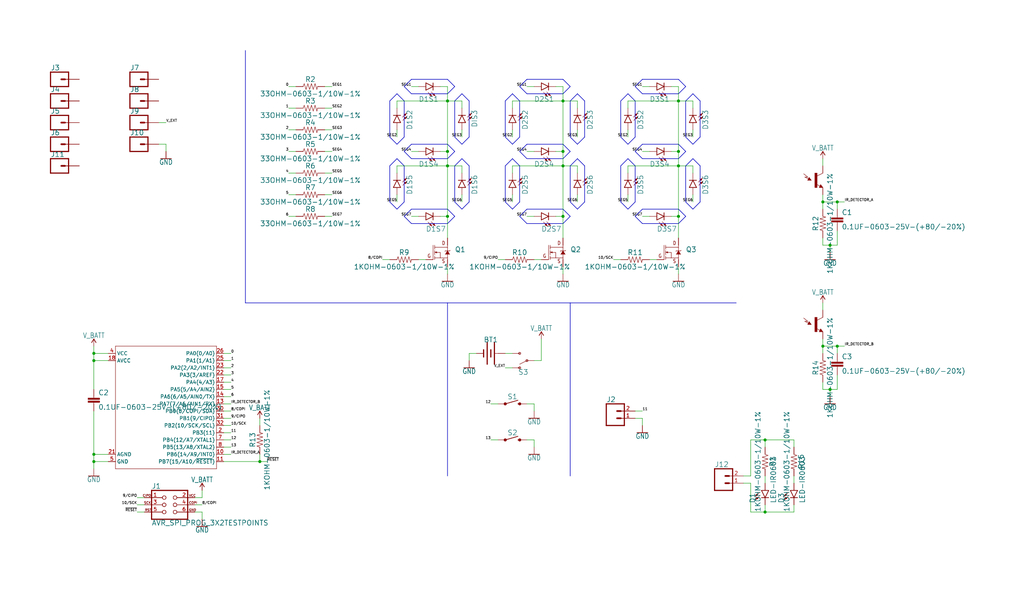
<source format=kicad_sch>
(kicad_sch (version 20230121) (generator eeschema)
  (paper "User" 360.35 210.007)
  (junction (at 33.02 127))
  (junction (at 157.48 35.56))
  (junction (at 198.12 76.2))
  (junction (at 269.24 154.94))
  (junction (at 238.76 35.56))
  (junction (at 33.02 124.46))
  (junction (at 289.56 71.12))
  (junction (at 91.44 162.56))
  (junction (at 292.1 86.36))
  (junction (at 33.02 160.02))
  (junction (at 238.76 53.34))
  (junction (at 157.48 58.42))
  (junction (at 157.48 76.2))
  (junction (at 292.1 137.16))
  (junction (at 238.76 58.42))
  (junction (at 157.48 53.34))
  (junction (at 33.02 162.56))
  (junction (at 294.64 121.92))
  (junction (at 198.12 35.56))
  (junction (at 238.76 76.2))
  (junction (at 198.12 58.42))
  (junction (at 294.64 71.12))
  (junction (at 289.56 121.92))
  (junction (at 269.24 180.34))
  (junction (at 198.12 53.34))
  (polyline (pts (xy 157.48 33.02) (xy 144.78 33.02)) (stroke (width 0.2032) (type solid)))
  (polyline (pts (xy 241.3 35.56) (xy 243.84 33.02)) (stroke (width 0.2032) (type solid)))
  (wire (pts (xy 180.34 38.1) (xy 180.34 35.56)) (stroke (width 0.1524)))
  (wire (pts (xy 78.74 157.48) (xy 81.28 157.48)) (stroke (width 0.1524)))
  (polyline (pts (xy 218.44 58.42) (xy 220.98 55.88)) (stroke (width 0.2032) (type solid)))
  (wire (pts (xy 114.3 45.72) (xy 116.84 45.72)) (stroke (width 0.1524)))
  (wire (pts (xy 78.74 149.86) (xy 81.28 149.86)) (stroke (width 0.1524)))
  (wire (pts (xy 147.32 30.48) (xy 144.78 30.48)) (stroke (width 0.1524)))
  (wire (pts (xy 294.64 121.92) (xy 297.18 121.92)) (stroke (width 0.1524)))
  (wire (pts (xy 264.16 180.34) (xy 269.24 180.34)) (stroke (width 0.1524)))
  (wire (pts (xy 104.14 60.96) (xy 101.6 60.96)) (stroke (width 0.1524)))
  (polyline (pts (xy 160.02 76.2) (xy 157.48 78.74)) (stroke (width 0.2032) (type solid)))
  (wire (pts (xy 78.74 137.16) (xy 81.28 137.16)) (stroke (width 0.1524)))
  (wire (pts (xy 162.56 35.56) (xy 162.56 38.1)) (stroke (width 0.1524)))
  (polyline (pts (xy 142.24 71.12) (xy 139.7 73.66)) (stroke (width 0.2032) (type solid)))
  (wire (pts (xy 157.48 35.56) (xy 157.48 53.34)) (stroke (width 0.1524)))
  (wire (pts (xy 198.12 93.98) (xy 198.12 96.52)) (stroke (width 0.1524)))
  (wire (pts (xy 180.34 35.56) (xy 198.12 35.56)) (stroke (width 0.1524)))
  (wire (pts (xy 269.24 170.18) (xy 269.24 167.64)) (stroke (width 0.1524)))
  (polyline (pts (xy 182.88 30.48) (xy 185.42 27.94)) (stroke (width 0.2032) (type solid)))
  (wire (pts (xy 157.48 53.34) (xy 157.48 58.42)) (stroke (width 0.1524)))
  (wire (pts (xy 226.06 30.48) (xy 228.6 30.48)) (stroke (width 0.1524)))
  (wire (pts (xy 162.56 68.58) (xy 162.56 71.12)) (stroke (width 0.1524)))
  (polyline (pts (xy 144.78 73.66) (xy 157.48 73.66)) (stroke (width 0.2032) (type solid)))
  (polyline (pts (xy 157.48 55.88) (xy 144.78 55.88)) (stroke (width 0.2032) (type solid)))
  (polyline (pts (xy 137.16 71.12) (xy 137.16 58.42)) (stroke (width 0.2032) (type solid)))
  (wire (pts (xy 139.7 38.1) (xy 139.7 35.56)) (stroke (width 0.1524)))
  (polyline (pts (xy 142.24 30.48) (xy 144.78 27.94)) (stroke (width 0.2032) (type solid)))
  (wire (pts (xy 203.2 35.56) (xy 203.2 38.1)) (stroke (width 0.1524)))
  (polyline (pts (xy 246.38 58.42) (xy 246.38 71.12)) (stroke (width 0.2032) (type solid)))
  (polyline (pts (xy 241.3 71.12) (xy 241.3 58.42)) (stroke (width 0.2032) (type solid)))
  (wire (pts (xy 157.48 30.48) (xy 157.48 35.56)) (stroke (width 0.1524)))
  (wire (pts (xy 195.58 53.34) (xy 198.12 53.34)) (stroke (width 0.1524)))
  (wire (pts (xy 220.98 35.56) (xy 238.76 35.56)) (stroke (width 0.1524)))
  (wire (pts (xy 114.3 38.1) (xy 116.84 38.1)) (stroke (width 0.1524)))
  (wire (pts (xy 220.98 68.58) (xy 220.98 71.12)) (stroke (width 0.1524)))
  (polyline (pts (xy 144.78 27.94) (xy 157.48 27.94)) (stroke (width 0.2032) (type solid)))
  (wire (pts (xy 78.74 142.24) (xy 81.28 142.24)) (stroke (width 0.1524)))
  (polyline (pts (xy 203.2 33.02) (xy 205.74 35.56)) (stroke (width 0.2032) (type solid)))
  (polyline (pts (xy 243.84 73.66) (xy 241.3 71.12)) (stroke (width 0.2032) (type solid)))
  (wire (pts (xy 177.8 91.44) (xy 175.26 91.44)) (stroke (width 0.1524)))
  (wire (pts (xy 294.64 86.36) (xy 294.64 81.28)) (stroke (width 0.1524)))
  (polyline (pts (xy 226.06 78.74) (xy 223.52 76.2)) (stroke (width 0.2032) (type solid)))
  (polyline (pts (xy 182.88 48.26) (xy 180.34 50.8)) (stroke (width 0.2032) (type solid)))
  (wire (pts (xy 154.94 30.48) (xy 157.48 30.48)) (stroke (width 0.1524)))
  (polyline (pts (xy 180.34 55.88) (xy 182.88 58.42)) (stroke (width 0.2032) (type solid)))
  (wire (pts (xy 292.1 137.16) (xy 294.64 137.16)) (stroke (width 0.1524)))
  (wire (pts (xy 269.24 154.94) (xy 279.4 154.94)) (stroke (width 0.1524)))
  (wire (pts (xy 114.3 76.2) (xy 116.84 76.2)) (stroke (width 0.1524)))
  (wire (pts (xy 220.98 45.72) (xy 220.98 48.26)) (stroke (width 0.1524)))
  (wire (pts (xy 292.1 86.36) (xy 294.64 86.36)) (stroke (width 0.1524)))
  (wire (pts (xy 180.34 45.72) (xy 180.34 48.26)) (stroke (width 0.1524)))
  (polyline (pts (xy 226.06 27.94) (xy 238.76 27.94)) (stroke (width 0.2032) (type solid)))
  (wire (pts (xy 198.12 53.34) (xy 198.12 58.42)) (stroke (width 0.1524)))
  (wire (pts (xy 195.58 30.48) (xy 198.12 30.48)) (stroke (width 0.1524)))
  (wire (pts (xy 50.8 175.26) (xy 48.26 175.26)) (stroke (width 0.1524)))
  (wire (pts (xy 137.16 91.44) (xy 134.62 91.44)) (stroke (width 0.1524)))
  (polyline (pts (xy 241.3 58.42) (xy 243.84 55.88)) (stroke (width 0.2032) (type solid)))
  (polyline (pts (xy 223.52 76.2) (xy 226.06 73.66)) (stroke (width 0.2032) (type solid)))
  (polyline (pts (xy 243.84 50.8) (xy 241.3 48.26)) (stroke (width 0.2032) (type solid)))
  (wire (pts (xy 231.14 91.44) (xy 228.6 91.44)) (stroke (width 0.1524)))
  (polyline (pts (xy 185.42 55.88) (xy 182.88 53.34)) (stroke (width 0.2032) (type solid)))
  (polyline (pts (xy 182.88 35.56) (xy 182.88 48.26)) (stroke (width 0.2032) (type solid)))
  (wire (pts (xy 203.2 68.58) (xy 203.2 71.12)) (stroke (width 0.1524)))
  (wire (pts (xy 289.56 137.16) (xy 292.1 137.16)) (stroke (width 0.1524)))
  (wire (pts (xy 180.34 129.54) (xy 177.8 129.54)) (stroke (width 0.1524)))
  (polyline (pts (xy 160.02 58.42) (xy 162.56 55.88)) (stroke (width 0.2032) (type solid)))
  (wire (pts (xy 78.74 127) (xy 81.28 127)) (stroke (width 0.1524)))
  (wire (pts (xy 162.56 45.72) (xy 162.56 48.26)) (stroke (width 0.1524)))
  (polyline (pts (xy 142.24 76.2) (xy 144.78 73.66)) (stroke (width 0.2032) (type solid)))
  (polyline (pts (xy 238.76 33.02) (xy 226.06 33.02)) (stroke (width 0.2032) (type solid)))
  (polyline (pts (xy 203.2 50.8) (xy 200.66 48.26)) (stroke (width 0.2032) (type solid)))
  (wire (pts (xy 139.7 35.56) (xy 157.48 35.56)) (stroke (width 0.1524)))
  (wire (pts (xy 149.86 91.44) (xy 147.32 91.44)) (stroke (width 0.1524)))
  (wire (pts (xy 243.84 45.72) (xy 243.84 48.26)) (stroke (width 0.1524)))
  (polyline (pts (xy 177.8 71.12) (xy 177.8 58.42)) (stroke (width 0.2032) (type solid)))
  (polyline (pts (xy 200.66 48.26) (xy 200.66 35.56)) (stroke (width 0.2032) (type solid)))
  (wire (pts (xy 243.84 58.42) (xy 243.84 60.96)) (stroke (width 0.1524)))
  (polyline (pts (xy 200.66 106.68) (xy 259.08 106.68)) (stroke (width 0.2032) (type solid)))
  (wire (pts (xy 187.96 154.94) (xy 187.96 157.48)) (stroke (width 0.1524)))
  (polyline (pts (xy 180.34 73.66) (xy 177.8 71.12)) (stroke (width 0.2032) (type solid)))
  (wire (pts (xy 264.16 170.18) (xy 261.62 170.18)) (stroke (width 0.1524)))
  (wire (pts (xy 223.52 144.78) (xy 226.06 144.78)) (stroke (width 0.1524)))
  (wire (pts (xy 157.48 76.2) (xy 154.94 76.2)) (stroke (width 0.1524)))
  (polyline (pts (xy 223.52 30.48) (xy 226.06 27.94)) (stroke (width 0.2032) (type solid)))
  (polyline (pts (xy 220.98 55.88) (xy 223.52 58.42)) (stroke (width 0.2032) (type solid)))
  (polyline (pts (xy 162.56 50.8) (xy 160.02 48.26)) (stroke (width 0.2032) (type solid)))
  (wire (pts (xy 165.1 124.46) (xy 165.1 127)) (stroke (width 0.1524)))
  (wire (pts (xy 279.4 177.8) (xy 279.4 180.34)) (stroke (width 0.1524)))
  (polyline (pts (xy 160.02 35.56) (xy 162.56 33.02)) (stroke (width 0.2032) (type solid)))
  (polyline (pts (xy 142.24 58.42) (xy 142.24 71.12)) (stroke (width 0.2032) (type solid)))
  (wire (pts (xy 289.56 134.62) (xy 289.56 137.16)) (stroke (width 0.1524)))
  (wire (pts (xy 228.6 53.34) (xy 226.06 53.34)) (stroke (width 0.1524)))
  (polyline (pts (xy 223.52 48.26) (xy 220.98 50.8)) (stroke (width 0.2032) (type solid)))
  (wire (pts (xy 289.56 71.12) (xy 294.64 71.12)) (stroke (width 0.1524)))
  (wire (pts (xy 114.3 68.58) (xy 116.84 68.58)) (stroke (width 0.1524)))
  (polyline (pts (xy 243.84 33.02) (xy 246.38 35.56)) (stroke (width 0.2032) (type solid)))
  (wire (pts (xy 289.56 119.38) (xy 289.56 121.92)) (stroke (width 0.1524)))
  (polyline (pts (xy 226.06 50.8) (xy 238.76 50.8)) (stroke (width 0.2032) (type solid)))
  (wire (pts (xy 33.02 144.78) (xy 33.02 160.02)) (stroke (width 0.1524)))
  (polyline (pts (xy 182.88 53.34) (xy 185.42 50.8)) (stroke (width 0.2032) (type solid)))
  (polyline (pts (xy 137.16 58.42) (xy 139.7 55.88)) (stroke (width 0.2032) (type solid)))
  (polyline (pts (xy 144.78 55.88) (xy 142.24 53.34)) (stroke (width 0.2032) (type solid)))
  (polyline (pts (xy 198.12 50.8) (xy 200.66 53.34)) (stroke (width 0.2032) (type solid)))
  (wire (pts (xy 78.74 134.62) (xy 81.28 134.62)) (stroke (width 0.1524)))
  (wire (pts (xy 157.48 35.56) (xy 162.56 35.56)) (stroke (width 0.1524)))
  (wire (pts (xy 55.88 43.18) (xy 58.42 43.18)) (stroke (width 0.1524)))
  (wire (pts (xy 114.3 30.48) (xy 116.84 30.48)) (stroke (width 0.1524)))
  (wire (pts (xy 180.34 68.58) (xy 180.34 71.12)) (stroke (width 0.1524)))
  (wire (pts (xy 236.22 53.34) (xy 238.76 53.34)) (stroke (width 0.1524)))
  (polyline (pts (xy 238.76 73.66) (xy 241.3 76.2)) (stroke (width 0.2032) (type solid)))
  (polyline (pts (xy 200.66 58.42) (xy 203.2 55.88)) (stroke (width 0.2032) (type solid)))
  (wire (pts (xy 289.56 86.36) (xy 292.1 86.36)) (stroke (width 0.1524)))
  (wire (pts (xy 198.12 58.42) (xy 198.12 76.2)) (stroke (width 0.1524)))
  (polyline (pts (xy 220.98 50.8) (xy 218.44 48.26)) (stroke (width 0.2032) (type solid)))
  (polyline (pts (xy 162.56 33.02) (xy 165.1 35.56)) (stroke (width 0.2032) (type solid)))
  (wire (pts (xy 78.74 152.4) (xy 81.28 152.4)) (stroke (width 0.1524)))
  (polyline (pts (xy 200.66 53.34) (xy 198.12 55.88)) (stroke (width 0.2032) (type solid)))
  (wire (pts (xy 50.8 180.34) (xy 48.26 180.34)) (stroke (width 0.1524)))
  (polyline (pts (xy 246.38 71.12) (xy 243.84 73.66)) (stroke (width 0.2032) (type solid)))
  (wire (pts (xy 198.12 58.42) (xy 203.2 58.42)) (stroke (width 0.1524)))
  (wire (pts (xy 228.6 76.2) (xy 226.06 76.2)) (stroke (width 0.1524)))
  (wire (pts (xy 78.74 132.08) (xy 81.28 132.08)) (stroke (width 0.1524)))
  (polyline (pts (xy 218.44 71.12) (xy 218.44 58.42)) (stroke (width 0.2032) (type solid)))
  (wire (pts (xy 289.56 121.92) (xy 294.64 121.92)) (stroke (width 0.1524)))
  (wire (pts (xy 78.74 154.94) (xy 81.28 154.94)) (stroke (width 0.1524)))
  (polyline (pts (xy 198.12 27.94) (xy 200.66 30.48)) (stroke (width 0.2032) (type solid)))
  (polyline (pts (xy 205.74 35.56) (xy 205.74 48.26)) (stroke (width 0.2032) (type solid)))
  (wire (pts (xy 243.84 35.56) (xy 243.84 38.1)) (stroke (width 0.1524)))
  (polyline (pts (xy 226.06 55.88) (xy 223.52 53.34)) (stroke (width 0.2032) (type solid)))
  (polyline (pts (xy 185.42 33.02) (xy 182.88 30.48)) (stroke (width 0.2032) (type solid)))
  (polyline (pts (xy 139.7 33.02) (xy 142.24 35.56)) (stroke (width 0.2032) (type solid)))
  (wire (pts (xy 190.5 91.44) (xy 187.96 91.44)) (stroke (width 0.1524)))
  (wire (pts (xy 238.76 58.42) (xy 238.76 76.2)) (stroke (width 0.1524)))
  (wire (pts (xy 238.76 53.34) (xy 238.76 58.42)) (stroke (width 0.1524)))
  (wire (pts (xy 157.48 58.42) (xy 157.48 76.2)) (stroke (width 0.1524)))
  (wire (pts (xy 147.32 53.34) (xy 144.78 53.34)) (stroke (width 0.1524)))
  (wire (pts (xy 198.12 35.56) (xy 198.12 53.34)) (stroke (width 0.1524)))
  (wire (pts (xy 279.4 170.18) (xy 279.4 167.64)) (stroke (width 0.1524)))
  (polyline (pts (xy 185.42 27.94) (xy 198.12 27.94)) (stroke (width 0.2032) (type solid)))
  (polyline (pts (xy 198.12 73.66) (xy 200.66 76.2)) (stroke (width 0.2032) (type solid)))
  (wire (pts (xy 292.1 86.36) (xy 292.1 88.9)) (stroke (width 0.1524)))
  (wire (pts (xy 177.8 124.46) (xy 180.34 124.46)) (stroke (width 0.1524)))
  (wire (pts (xy 139.7 45.72) (xy 139.7 48.26)) (stroke (width 0.1524)))
  (wire (pts (xy 269.24 177.8) (xy 269.24 180.34)) (stroke (width 0.1524)))
  (wire (pts (xy 238.76 35.56) (xy 243.84 35.56)) (stroke (width 0.1524)))
  (polyline (pts (xy 139.7 50.8) (xy 137.16 48.26)) (stroke (width 0.2032) (type solid)))
  (wire (pts (xy 104.14 38.1) (xy 101.6 38.1)) (stroke (width 0.1524)))
  (wire (pts (xy 91.44 149.86) (xy 91.44 147.32)) (stroke (width 0.1524)))
  (polyline (pts (xy 157.48 73.66) (xy 160.02 76.2)) (stroke (width 0.2032) (type solid)))
  (polyline (pts (xy 241.3 76.2) (xy 238.76 78.74)) (stroke (width 0.2032) (type solid)))
  (wire (pts (xy 162.56 60.96) (xy 162.56 58.42)) (stroke (width 0.1524)))
  (wire (pts (xy 33.02 121.92) (xy 33.02 124.46)) (stroke (width 0.1524)))
  (polyline (pts (xy 220.98 33.02) (xy 223.52 35.56)) (stroke (width 0.2032) (type solid)))
  (polyline (pts (xy 144.78 78.74) (xy 142.24 76.2)) (stroke (width 0.2032) (type solid)))
  (wire (pts (xy 185.42 142.24) (xy 187.96 142.24)) (stroke (width 0.1524)))
  (polyline (pts (xy 165.1 35.56) (xy 165.1 48.26)) (stroke (width 0.2032) (type solid)))
  (polyline (pts (xy 137.16 35.56) (xy 139.7 33.02)) (stroke (width 0.2032) (type solid)))
  (wire (pts (xy 238.76 76.2) (xy 238.76 83.82)) (stroke (width 0.1524)))
  (wire (pts (xy 55.88 50.8) (xy 58.42 50.8)) (stroke (width 0.1524)))
  (wire (pts (xy 104.14 76.2) (xy 101.6 76.2)) (stroke (width 0.1524)))
  (polyline (pts (xy 177.8 48.26) (xy 177.8 35.56)) (stroke (width 0.2032) (type solid)))
  (polyline (pts (xy 182.88 71.12) (xy 180.34 73.66)) (stroke (width 0.2032) (type solid)))
  (wire (pts (xy 33.02 124.46) (xy 33.02 127)) (stroke (width 0.1524)))
  (wire (pts (xy 220.98 60.96) (xy 220.98 58.42)) (stroke (width 0.1524)))
  (wire (pts (xy 162.56 58.42) (xy 157.48 58.42)) (stroke (width 0.1524)))
  (polyline (pts (xy 139.7 55.88) (xy 142.24 58.42)) (stroke (width 0.2032) (type solid)))
  (wire (pts (xy 220.98 58.42) (xy 238.76 58.42)) (stroke (width 0.1524)))
  (wire (pts (xy 50.8 177.8) (xy 48.26 177.8)) (stroke (width 0.1524)))
  (wire (pts (xy 78.74 129.54) (xy 81.28 129.54)) (stroke (width 0.1524)))
  (polyline (pts (xy 165.1 58.42) (xy 165.1 71.12)) (stroke (width 0.2032) (type solid)))
  (polyline (pts (xy 200.66 30.48) (xy 198.12 33.02)) (stroke (width 0.2032) (type solid)))
  (wire (pts (xy 33.02 162.56) (xy 33.02 165.1)) (stroke (width 0.1524)))
  (polyline (pts (xy 238.76 55.88) (xy 226.06 55.88)) (stroke (width 0.2032) (type solid)))
  (wire (pts (xy 187.96 127) (xy 190.5 127)) (stroke (width 0.1524)))
  (wire (pts (xy 289.56 71.12) (xy 289.56 73.66)) (stroke (width 0.1524)))
  (wire (pts (xy 78.74 139.7) (xy 81.28 139.7)) (stroke (width 0.1524)))
  (polyline (pts (xy 165.1 71.12) (xy 162.56 73.66)) (stroke (width 0.2032) (type solid)))
  (wire (pts (xy 68.58 177.8) (xy 71.12 177.8)) (stroke (width 0.1524)))
  (wire (pts (xy 38.1 124.46) (xy 33.02 124.46)) (stroke (width 0.1524)))
  (wire (pts (xy 91.44 160.02) (xy 91.44 162.56)) (stroke (width 0.1524)))
  (wire (pts (xy 71.12 175.26) (xy 71.12 172.72)) (stroke (width 0.1524)))
  (polyline (pts (xy 144.78 33.02) (xy 142.24 30.48)) (stroke (width 0.2032) (type solid)))
  (polyline (pts (xy 142.24 48.26) (xy 139.7 50.8)) (stroke (width 0.2032) (type solid)))
  (wire (pts (xy 203.2 58.42) (xy 203.2 60.96)) (stroke (width 0.1524)))
  (wire (pts (xy 114.3 53.34) (xy 116.84 53.34)) (stroke (width 0.1524)))
  (polyline (pts (xy 226.06 73.66) (xy 238.76 73.66)) (stroke (width 0.2032) (type solid)))
  (polyline (pts (xy 137.16 48.26) (xy 137.16 35.56)) (stroke (width 0.2032) (type solid)))
  (polyline (pts (xy 182.88 58.42) (xy 182.88 71.12)) (stroke (width 0.2032) (type solid)))
  (polyline (pts (xy 246.38 35.56) (xy 246.38 48.26)) (stroke (width 0.2032) (type solid)))
  (wire (pts (xy 294.64 124.46) (xy 294.64 121.92)) (stroke (width 0.1524)))
  (wire (pts (xy 154.94 53.34) (xy 157.48 53.34)) (stroke (width 0.1524)))
  (wire (pts (xy 78.74 160.02) (xy 81.28 160.02)) (stroke (width 0.1524)))
  (polyline (pts (xy 238.76 27.94) (xy 241.3 30.48)) (stroke (width 0.2032) (type solid)))
  (wire (pts (xy 187.96 53.34) (xy 185.42 53.34)) (stroke (width 0.1524)))
  (polyline (pts (xy 142.24 35.56) (xy 142.24 48.26)) (stroke (width 0.2032) (type solid)))
  (polyline (pts (xy 157.48 50.8) (xy 160.02 53.34)) (stroke (width 0.2032) (type solid)))
  (polyline (pts (xy 243.84 55.88) (xy 246.38 58.42)) (stroke (width 0.2032) (type solid)))
  (wire (pts (xy 264.16 180.34) (xy 264.16 170.18)) (stroke (width 0.1524)))
  (wire (pts (xy 185.42 154.94) (xy 187.96 154.94)) (stroke (width 0.1524)))
  (polyline (pts (xy 238.76 78.74) (xy 226.06 78.74)) (stroke (width 0.2032) (type solid)))
  (wire (pts (xy 104.14 53.34) (xy 101.6 53.34)) (stroke (width 0.1524)))
  (wire (pts (xy 157.48 76.2) (xy 157.48 83.82)) (stroke (width 0.1524)))
  (polyline (pts (xy 162.56 55.88) (xy 165.1 58.42)) (stroke (width 0.2032) (type solid)))
  (wire (pts (xy 157.48 58.42) (xy 139.7 58.42)) (stroke (width 0.1524)))
  (polyline (pts (xy 223.52 35.56) (xy 223.52 48.26)) (stroke (width 0.2032) (type solid)))
  (polyline (pts (xy 86.36 17.78) (xy 86.36 106.68)) (stroke (width 0.2032) (type solid)))
  (wire (pts (xy 198.12 76.2) (xy 195.58 76.2)) (stroke (width 0.1524)))
  (polyline (pts (xy 226.06 33.02) (xy 223.52 30.48)) (stroke (width 0.2032) (type solid)))
  (wire (pts (xy 220.98 38.1) (xy 220.98 35.56)) (stroke (width 0.1524)))
  (polyline (pts (xy 157.48 27.94) (xy 160.02 30.48)) (stroke (width 0.2032) (type solid)))
  (wire (pts (xy 238.76 58.42) (xy 243.84 58.42)) (stroke (width 0.1524)))
  (wire (pts (xy 294.64 71.12) (xy 297.18 71.12)) (stroke (width 0.1524)))
  (polyline (pts (xy 162.56 73.66) (xy 160.02 71.12)) (stroke (width 0.2032) (type solid)))
  (polyline (pts (xy 205.74 58.42) (xy 205.74 71.12)) (stroke (width 0.2032) (type solid)))
  (wire (pts (xy 269.24 180.34) (xy 279.4 180.34)) (stroke (width 0.1524)))
  (wire (pts (xy 279.4 154.94) (xy 279.4 157.48)) (stroke (width 0.1524)))
  (polyline (pts (xy 165.1 48.26) (xy 162.56 50.8)) (stroke (width 0.2032) (type solid)))
  (wire (pts (xy 175.26 154.94) (xy 172.72 154.94)) (stroke (width 0.1524)))
  (polyline (pts (xy 180.34 33.02) (xy 182.88 35.56)) (stroke (width 0.2032) (type solid)))
  (wire (pts (xy 269.24 157.48) (xy 269.24 154.94)) (stroke (width 0.1524)))
  (wire (pts (xy 104.14 68.58) (xy 101.6 68.58)) (stroke (width 0.1524)))
  (polyline (pts (xy 160.02 48.26) (xy 160.02 35.56)) (stroke (width 0.2032) (type solid)))
  (polyline (pts (xy 223.52 71.12) (xy 220.98 73.66)) (stroke (width 0.2032) (type solid)))
  (polyline (pts (xy 203.2 73.66) (xy 200.66 71.12)) (stroke (width 0.2032) (type solid)))
  (polyline (pts (xy 205.74 48.26) (xy 203.2 50.8)) (stroke (width 0.2032) (type solid)))
  (polyline (pts (xy 182.88 76.2) (xy 185.42 73.66)) (stroke (width 0.2032) (type solid)))
  (polyline (pts (xy 241.3 30.48) (xy 238.76 33.02)) (stroke (width 0.2032) (type solid)))
  (wire (pts (xy 104.14 45.72) (xy 101.6 45.72)) (stroke (width 0.1524)))
  (polyline (pts (xy 185.42 73.66) (xy 198.12 73.66)) (stroke (width 0.2032) (type solid)))
  (wire (pts (xy 38.1 127) (xy 33.02 127)) (stroke (width 0.1524)))
  (wire (pts (xy 78.74 144.78) (xy 81.28 144.78)) (stroke (width 0.1524)))
  (polyline (pts (xy 220.98 73.66) (xy 218.44 71.12)) (stroke (width 0.2032) (type solid)))
  (wire (pts (xy 175.26 142.24) (xy 172.72 142.24)) (stroke (width 0.1524)))
  (polyline (pts (xy 198.12 55.88) (xy 185.42 55.88)) (stroke (width 0.2032) (type solid)))
  (wire (pts (xy 264.16 167.64) (xy 261.62 167.64)) (stroke (width 0.1524)))
  (polyline (pts (xy 185.42 50.8) (xy 198.12 50.8)) (stroke (width 0.2032) (type solid)))
  (wire (pts (xy 187.96 76.2) (xy 185.42 76.2)) (stroke (width 0.1524)))
  (wire (pts (xy 190.5 127) (xy 190.5 119.38)) (stroke (width 0.1524)))
  (wire (pts (xy 38.1 162.56) (xy 33.02 162.56)) (stroke (width 0.1524)))
  (polyline (pts (xy 157.48 167.64) (xy 157.48 106.68)) (stroke (width 0.2032) (type solid)))
  (wire (pts (xy 104.14 30.48) (xy 101.6 30.48)) (stroke (width 0.1524)))
  (wire (pts (xy 33.02 127) (xy 33.02 137.16)) (stroke (width 0.1524)))
  (polyline (pts (xy 180.34 50.8) (xy 177.8 48.26)) (stroke (width 0.2032) (type solid)))
  (wire (pts (xy 226.06 147.32) (xy 226.06 149.86)) (stroke (width 0.1524)))
  (wire (pts (xy 139.7 58.42) (xy 139.7 60.96)) (stroke (width 0.1524)))
  (wire (pts (xy 238.76 35.56) (xy 238.76 53.34)) (stroke (width 0.1524)))
  (polyline (pts (xy 200.66 35.56) (xy 203.2 33.02)) (stroke (width 0.2032) (type solid)))
  (polyline (pts (xy 200.66 106.68) (xy 200.66 167.64)) (stroke (width 0.2032) (type solid)))
  (wire (pts (xy 38.1 160.02) (xy 33.02 160.02)) (stroke (width 0.1524)))
  (wire (pts (xy 180.34 60.96) (xy 180.34 58.42)) (stroke (width 0.1524)))
  (polyline (pts (xy 218.44 48.26) (xy 218.44 35.56)) (stroke (width 0.2032) (type solid)))
  (wire (pts (xy 198.12 30.48) (xy 198.12 35.56)) (stroke (width 0.1524)))
  (wire (pts (xy 238.76 76.2) (xy 236.22 76.2)) (stroke (width 0.1524)))
  (wire (pts (xy 33.02 160.02) (xy 33.02 162.56)) (stroke (width 0.1524)))
  (wire (pts (xy 289.56 124.46) (xy 289.56 121.92)) (stroke (width 0.1524)))
  (wire (pts (xy 292.1 139.7) (xy 292.1 137.16)) (stroke (width 0.1524)))
  (polyline (pts (xy 246.38 48.26) (xy 243.84 50.8)) (stroke (width 0.2032) (type solid)))
  (polyline (pts (xy 241.3 53.34) (xy 238.76 55.88)) (stroke (width 0.2032) (type solid)))
  (wire (pts (xy 238.76 30.48) (xy 238.76 35.56)) (stroke (width 0.1524)))
  (wire (pts (xy 187.96 142.24) (xy 187.96 144.78)) (stroke (width 0.1524)))
  (wire (pts (xy 91.44 162.56) (xy 93.98 162.56)) (stroke (width 0.1524)))
  (wire (pts (xy 71.12 180.34) (xy 71.12 182.88)) (stroke (width 0.1524)))
  (polyline (pts (xy 185.42 78.74) (xy 182.88 76.2)) (stroke (width 0.2032) (type solid)))
  (polyline (pts (xy 139.7 73.66) (xy 137.16 71.12)) (stroke (width 0.2032) (type solid)))
  (wire (pts (xy 198.12 35.56) (xy 203.2 35.56)) (stroke (width 0.1524)))
  (polyline (pts (xy 200.66 76.2) (xy 198.12 78.74)) (stroke (width 0.2032) (type solid)))
  (wire (pts (xy 198.12 76.2) (xy 198.12 83.82)) (stroke (width 0.1524)))
  (polyline (pts (xy 241.3 48.26) (xy 241.3 35.56)) (stroke (width 0.2032) (type solid)))
  (wire (pts (xy 264.16 154.94) (xy 264.16 167.64)) (stroke (width 0.1524)))
  (wire (pts (xy 289.56 83.82) (xy 289.56 86.36)) (stroke (width 0.1524)))
  (polyline (pts (xy 177.8 35.56) (xy 180.34 33.02)) (stroke (width 0.2032) (type solid)))
  (polyline (pts (xy 160.02 30.48) (xy 157.48 33.02)) (stroke (width 0.2032) (type solid)))
  (wire (pts (xy 218.44 91.44) (xy 215.9 91.44)) (stroke (width 0.1524)))
  (polyline (pts (xy 157.48 78.74) (xy 144.78 78.74)) (stroke (width 0.2032) (type solid)))
  (polyline (pts (xy 223.52 58.42) (xy 223.52 71.12)) (stroke (width 0.2032) (type solid)))
  (wire (pts (xy 269.24 154.94) (xy 264.16 154.94)) (stroke (width 0.1524)))
  (wire (pts (xy 68.58 175.26) (xy 71.12 175.26)) (stroke (width 0.1524)))
  (wire (pts (xy 289.56 106.68) (xy 289.56 109.22)) (stroke (width 0.1524)))
  (polyline (pts (xy 177.8 58.42) (xy 180.34 55.88)) (stroke (width 0.2032) (type solid)))
  (polyline (pts (xy 142.24 53.34) (xy 144.78 50.8)) (stroke (width 0.2032) (type solid)))
  (wire (pts (xy 68.58 180.34) (xy 71.12 180.34)) (stroke (width 0.1524)))
  (wire (pts (xy 58.42 50.8) (xy 58.42 53.34)) (stroke (width 0.1524)))
  (wire (pts (xy 167.64 124.46) (xy 165.1 124.46)) (stroke (width 0.1524)))
  (wire (pts (xy 289.56 68.58) (xy 289.56 71.12)) (stroke (width 0.1524)))
  (wire (pts (xy 114.3 60.96) (xy 116.84 60.96)) (stroke (width 0.1524)))
  (polyline (pts (xy 160.02 53.34) (xy 157.48 55.88)) (stroke (width 0.2032) (type solid)))
  (wire (pts (xy 289.56 58.42) (xy 289.56 55.88)) (stroke (width 0.1524)))
  (wire (pts (xy 203.2 45.72) (xy 203.2 48.26)) (stroke (width 0.1524)))
  (wire (pts (xy 236.22 30.48) (xy 238.76 30.48)) (stroke (width 0.1524)))
  (polyline (pts (xy 203.2 55.88) (xy 205.74 58.42)) (stroke (width 0.2032) (type solid)))
  (polyline (pts (xy 200.66 71.12) (xy 200.66 58.42)) (stroke (width 0.2032) (type solid)))
  (wire (pts (xy 147.32 76.2) (xy 144.78 76.2)) (stroke (width 0.1524)))
  (wire (pts (xy 294.64 137.16) (xy 294.64 132.08)) (stroke (width 0.1524)))
  (wire (pts (xy 238.76 93.98) (xy 238.76 96.52)) (stroke (width 0.1524)))
  (wire (pts (xy 78.74 124.46) (xy 81.28 124.46)) (stroke (width 0.1524)))
  (polyline (pts (xy 157.48 106.68) (xy 200.66 106.68)) (stroke (width 0.2032) (type solid)))
  (polyline (pts (xy 218.44 35.56) (xy 220.98 33.02)) (stroke (width 0.2032) (type solid)))
  (wire (pts (xy 78.74 147.32) (xy 81.28 147.32)) (stroke (width 0.1524)))
  (polyline (pts (xy 86.36 106.68) (xy 157.48 106.68)) (stroke (width 0.2032) (type solid)))
  (wire (pts (xy 180.34 58.42) (xy 198.12 58.42)) (stroke (width 0.1524)))
  (wire (pts (xy 157.48 93.98) (xy 157.48 96.52)) (stroke (width 0.1524)))
  (polyline (pts (xy 160.02 71.12) (xy 160.02 58.42)) (stroke (width 0.2032) (type solid)))
  (wire (pts (xy 187.96 30.48) (xy 185.42 30.48)) (stroke (width 0.1524)))
  (wire (pts (xy 223.52 147.32) (xy 226.06 147.32)) (stroke (width 0.1524)))
  (wire (pts (xy 78.74 162.56) (xy 91.44 162.56)) (stroke (width 0.1524)))
  (polyline (pts (xy 238.76 50.8) (xy 241.3 53.34)) (stroke (width 0.2032) (type solid)))
  (polyline (pts (xy 205.74 71.12) (xy 203.2 73.66)) (stroke (width 0.2032) (type solid)))
  (polyline (pts (xy 144.78 50.8) (xy 157.48 50.8)) (stroke (width 0.2032) (type solid)))
  (polyline (pts (xy 223.52 53.34) (xy 226.06 50.8)) (stroke (width 0.2032) (type solid)))
  (wire (pts (xy 139.7 68.58) (xy 139.7 71.12)) (stroke (width 0.1524)))
  (wire (pts (xy 294.64 71.12) (xy 294.64 73.66)) (stroke (width 0.1524)))
  (wire (pts (xy 243.84 68.58) (xy 243.84 71.12)) (stroke (width 0.1524)))
  (polyline (pts (xy 198.12 33.02) (xy 185.42 33.02)) (stroke (width 0.2032) (type solid)))
  (polyline (pts (xy 198.12 78.74) (xy 185.42 78.74)) (stroke (width 0.2032) (type solid)))
  (label "SEG2" (at 139.7 48.26 180) (effects (font (size 0.889 0.889))))
  (label "11" (at 226.06 144.78 0) (effects (font (size 0.889 0.889))))
  (label "SEG5" (at 116.84 60.96 0) (effects (font (size 0.889 0.889))))
  (label "12" (at 172.72 142.24 180) (effects (font (size 0.889 0.889))))
  (label "10/SCK" (at 48.26 177.8 180) (effects (font (size 0.889 0.889))))
  (label "2" (at 81.28 129.54 0) (effects (font (size 0.889 0.889))))
  (label "10/SCK" (at 81.28 149.86 0) (effects (font (size 0.889 0.889))))
  (label "SEG1" (at 226.06 30.48 180) (effects (font (size 0.889 0.889))))
  (label "SEG1" (at 144.78 30.48 180) (effects (font (size 0.889 0.889))))
  (label "SEG7" (at 185.42 76.2 180) (effects (font (size 0.889 0.889))))
  (label "SEG3" (at 243.84 48.26 180) (effects (font (size 0.889 0.889))))
  (label "SEG5" (at 139.7 71.12 180) (effects (font (size 0.889 0.889))))
  (label "4" (at 81.28 134.62 0) (effects (font (size 0.889 0.889))))
  (label "SEG4" (at 226.06 53.34 180) (effects (font (size 0.889 0.889))))
  (label "SEG7" (at 116.84 76.2 0) (effects (font (size 0.889 0.889))))
  (label "6" (at 81.28 139.7 0) (effects (font (size 0.889 0.889))))
  (label "IR_DETECTOR_A" (at 81.28 160.02 0) (effects (font (size 0.889 0.889))))
  (label "3" (at 101.6 53.34 180) (effects (font (size 0.889 0.889))))
  (label "SEG2" (at 116.84 38.1 0) (effects (font (size 0.889 0.889))))
  (label "10/SCK" (at 215.9 91.44 180) (effects (font (size 0.889 0.889))))
  (label "0" (at 81.28 124.46 0) (effects (font (size 0.889 0.889))))
  (label "5" (at 101.6 68.58 180) (effects (font (size 0.889 0.889))))
  (label "SEG6" (at 203.2 71.12 180) (effects (font (size 0.889 0.889))))
  (label "8/COPI" (at 81.28 144.78 0) (effects (font (size 0.889 0.889))))
  (label "SEG6" (at 116.84 68.58 0) (effects (font (size 0.889 0.889))))
  (label "~{RESET}" (at 93.98 162.56 0) (effects (font (size 0.889 0.889))))
  (label "5" (at 81.28 137.16 0) (effects (font (size 0.889 0.889))))
  (label "SEG6" (at 243.84 71.12 180) (effects (font (size 0.889 0.889))))
  (label "11" (at 81.28 152.4 0) (effects (font (size 0.889 0.889))))
  (label "IR_DETECTOR_A" (at 297.18 71.12 0) (effects (font (size 0.889 0.889))))
  (label "SEG3" (at 116.84 45.72 0) (effects (font (size 0.889 0.889))))
  (label "13" (at 172.72 154.94 180) (effects (font (size 0.889 0.889))))
  (label "SEG3" (at 203.2 48.26 180) (effects (font (size 0.889 0.889))))
  (label "SEG4" (at 144.78 53.34 180) (effects (font (size 0.889 0.889))))
  (label "1" (at 81.28 127 0) (effects (font (size 0.889 0.889))))
  (label "SEG1" (at 185.42 30.48 180) (effects (font (size 0.889 0.889))))
  (label "12" (at 81.28 154.94 0) (effects (font (size 0.889 0.889))))
  (label "0" (at 101.6 30.48 180) (effects (font (size 0.889 0.889))))
  (label "IR_DETECTOR_B" (at 81.28 142.24 0) (effects (font (size 0.889 0.889))))
  (label "9/CIPO" (at 175.26 91.44 180) (effects (font (size 0.889 0.889))))
  (label "8/COPI" (at 134.62 91.44 180) (effects (font (size 0.889 0.889))))
  (label "SEG6" (at 162.56 71.12 180) (effects (font (size 0.889 0.889))))
  (label "SEG4" (at 116.84 53.34 0) (effects (font (size 0.889 0.889))))
  (label "SEG5" (at 220.98 71.12 180) (effects (font (size 0.889 0.889))))
  (label "1" (at 101.6 38.1 180) (effects (font (size 0.889 0.889))))
  (label "13" (at 81.28 157.48 0) (effects (font (size 0.889 0.889))))
  (label "SEG2" (at 180.34 48.26 180) (effects (font (size 0.889 0.889))))
  (label "3" (at 81.28 132.08 0) (effects (font (size 0.889 0.889))))
  (label "~{RESET}" (at 48.26 180.34 180) (effects (font (size 0.889 0.889))))
  (label "9/CIPO" (at 81.28 147.32 0) (effects (font (size 0.889 0.889))))
  (label "IR_DETECTOR_B" (at 297.18 121.92 0) (effects (font (size 0.889 0.889))))
  (label "6" (at 101.6 76.2 180) (effects (font (size 0.889 0.889))))
  (label "SEG7" (at 144.78 76.2 180) (effects (font (size 0.889 0.889))))
  (label "SEG7" (at 226.06 76.2 180) (effects (font (size 0.889 0.889))))
  (label "SEG2" (at 220.98 48.26 180) (effects (font (size 0.889 0.889))))
  (label "SEG1" (at 116.84 30.48 0) (effects (font (size 0.889 0.889))))
  (label "SEG5" (at 180.34 71.12 180) (effects (font (size 0.889 0.889))))
  (label "9/CIPO" (at 48.26 175.26 180) (effects (font (size 0.889 0.889))))
  (label "V_EXT" (at 177.8 129.54 180) (effects (font (size 0.889 0.889))))
  (label "SEG3" (at 162.56 48.26 180) (effects (font (size 0.889 0.889))))
  (label "4" (at 101.6 60.96 180) (effects (font (size 0.889 0.889))))
  (label "V_EXT" (at 58.42 43.18 0) (effects (font (size 0.889 0.889))))
  (label "2" (at 101.6 45.72 180) (effects (font (size 0.889 0.889))))
  (label "SEG4" (at 185.42 53.34 180) (effects (font (size 0.889 0.889))))
  (label "8/COPI" (at 71.12 177.8 0) (effects (font (size 0.889 0.889))))
  (symbol (lib_id "working-eagle-import:B19H1PT") (at 287.02 114.3 0) (unit 1)
    (property "Reference" "U$32" (effects hide))
    (property "Value" "B19H1PT" (effects hide))
    (property "Footprint" "working:HARVATEK_DETECTOR" (effects hide))
  )
  (symbol (lib_id "working-eagle-import:LED0603") (at 162.56 43.18 180) (unit 1)
    (property "Reference" "DIS3" (at 165.989 38.608 90) (effects (font (size 1.778 1.778)) (justify left bottom)))
    (property "Value" "LED0603" (effects hide))
    (property "Footprint" "working:LED-0603" (effects hide))
  )
  (symbol (lib_id "working-eagle-import:GND") (at 226.06 152.4 0) (unit 1)
    (property "Reference" "#GND3" (effects hide))
    (property "Value" "GND" (at 226.06 152.654 0) (effects (font (size 1.778 1.5113)) (justify top)))
  )
  (symbol (lib_id "working-eagle-import:1KOHM-0603-1/10W-1%") (at 289.56 129.54 90) (unit 1)
    (property "Reference" "R14" (at 288.036 129.54 0) (effects (font (size 1.778 1.778)) (justify bottom)))
    (property "Value" "1KOHM-0603-1/10W-1%" (at 291.084 129.54 0) (effects (font (size 1.778 1.778)) (justify top)))
    (property "Footprint" "working:0603" (effects hide))
  )
  (symbol (lib_id "working-eagle-import:V_BATT") (at 33.02 121.92 0) (unit 1)
    (property "Reference" "#SUPPLY4" (effects hide))
    (property "Value" "V_BATT" (at 33.02 119.126 0) (effects (font (size 1.778 1.5113)) (justify bottom)))
  )
  (symbol (lib_id "working-eagle-import:V_BATT") (at 289.56 55.88 0) (unit 1)
    (property "Reference" "#SUPPLY2" (effects hide))
    (property "Value" "V_BATT" (at 289.56 53.086 0) (effects (font (size 1.778 1.5113)) (justify bottom)))
  )
  (symbol (lib_id "working-eagle-import:ATTINY861V-10MU") (at 58.42 144.78 0) (unit 1)
    (property "Reference" "U1" (effects hide))
    (property "Value" "ATTINY861V-10MU" (effects hide))
    (property "Footprint" "working:32M1-A_ATM" (effects hide))
  )
  (symbol (lib_id "working-eagle-import:LED0603") (at 149.86 30.48 90) (unit 1)
    (property "Reference" "D1S1" (at 154.432 33.909 90) (effects (font (size 1.778 1.778)) (justify left bottom)))
    (property "Value" "LED0603" (effects hide))
    (property "Footprint" "working:LED-0603" (effects hide))
  )
  (symbol (lib_id "working-eagle-import:BATTERY-20MM_SMD_4LEGS_OVERPASTE_INNER") (at 172.72 124.46 180) (unit 1)
    (property "Reference" "BT1" (at 172.72 118.618 0) (effects (font (size 1.778 1.778)) (justify bottom)))
    (property "Value" "BATTERY-20MM_SMD_4LEGS_OVERPASTE_INNER" (effects hide))
    (property "Footprint" "working:BATTCON_20MM_4LEGS_OVERPASTE_INNER" (effects hide))
  )
  (symbol (lib_id "working-eagle-import:33OHM-0603-1/10W-1%") (at 109.22 45.72 0) (unit 1)
    (property "Reference" "R4" (at 109.22 44.196 0) (effects (font (size 1.778 1.778)) (justify bottom)))
    (property "Value" "33OHM-0603-1/10W-1%" (at 109.22 47.244 0) (effects (font (size 1.778 1.778)) (justify top)))
    (property "Footprint" "working:0603" (effects hide))
  )
  (symbol (lib_id "working-eagle-import:33OHM-0603-1/10W-1%") (at 109.22 68.58 0) (unit 1)
    (property "Reference" "R7" (at 109.22 67.056 0) (effects (font (size 1.778 1.778)) (justify bottom)))
    (property "Value" "33OHM-0603-1/10W-1%" (at 109.22 70.104 0) (effects (font (size 1.778 1.778)) (justify top)))
    (property "Footprint" "working:0603" (effects hide))
  )
  (symbol (lib_id "working-eagle-import:MOMENTARY-SWITCH-SPST-SMD-5.2MM-TALL") (at 180.34 142.24 0) (unit 1)
    (property "Reference" "S1" (at 180.34 140.716 0) (effects (font (size 1.778 1.778)) (justify bottom)))
    (property "Value" "MOMENTARY-SWITCH-SPST-SMD-5.2MM-TALL" (effects hide))
    (property "Footprint" "working:TACTILE_SWITCH_SMD_5.2MM" (effects hide))
  )
  (symbol (lib_id "working-eagle-import:33OHM-0603-1/10W-1%") (at 109.22 30.48 0) (unit 1)
    (property "Reference" "R2" (at 109.22 28.956 0) (effects (font (size 1.778 1.778)) (justify bottom)))
    (property "Value" "33OHM-0603-1/10W-1%" (at 109.22 32.004 0) (effects (font (size 1.778 1.778)) (justify top)))
    (property "Footprint" "working:0603" (effects hide))
  )
  (symbol (lib_id "working-eagle-import:1KOHM-0603-1/10W-1%") (at 269.24 162.56 270) (unit 1)
    (property "Reference" "R1" (at 270.764 162.56 0) (effects (font (size 1.778 1.778)) (justify bottom)))
    (property "Value" "1KOHM-0603-1/10W-1%" (at 267.716 162.56 0) (effects (font (size 1.778 1.778)) (justify top)))
    (property "Footprint" "working:0603" (effects hide))
  )
  (symbol (lib_id "working-eagle-import:LED-IR0603") (at 279.4 172.72 0) (unit 1)
    (property "Reference" "D3" (at 275.971 177.292 90) (effects (font (size 1.778 1.778)) (justify left bottom)))
    (property "Value" "LED-IR0603" (at 281.305 177.292 90) (effects (font (size 1.778 1.778)) (justify left top)))
    (property "Footprint" "working:LED-0603" (effects hide))
  )
  (symbol (lib_id "working-eagle-import:LED0603") (at 243.84 66.04 180) (unit 1)
    (property "Reference" "D3S6" (at 247.269 61.468 90) (effects (font (size 1.778 1.778)) (justify left bottom)))
    (property "Value" "LED0603" (effects hide))
    (property "Footprint" "working:LED-0603" (effects hide))
  )
  (symbol (lib_id "working-eagle-import:GND") (at 58.42 55.88 0) (unit 1)
    (property "Reference" "#GND11" (effects hide))
    (property "Value" "GND" (at 58.42 56.134 0) (effects (font (size 1.778 1.5113)) (justify top)))
  )
  (symbol (lib_id "working-eagle-import:LED0603") (at 231.14 53.34 90) (unit 1)
    (property "Reference" "D3S4" (at 235.712 56.769 90) (effects (font (size 1.778 1.778)) (justify left bottom)))
    (property "Value" "LED0603" (effects hide))
    (property "Footprint" "working:LED-0603" (effects hide))
  )
  (symbol (lib_id "working-eagle-import:LED0603") (at 139.7 66.04 180) (unit 1)
    (property "Reference" "D1S5" (at 143.129 61.468 90) (effects (font (size 1.778 1.778)) (justify left bottom)))
    (property "Value" "LED0603" (effects hide))
    (property "Footprint" "working:LED-0603" (effects hide))
  )
  (symbol (lib_id "working-eagle-import:LED0603") (at 190.5 76.2 90) (unit 1)
    (property "Reference" "D2S7" (at 197.612 79.629 90) (effects (font (size 1.778 1.778)) (justify left bottom)))
    (property "Value" "LED0603" (effects hide))
    (property "Footprint" "working:LED-0603" (effects hide))
  )
  (symbol (lib_id "working-eagle-import:GND") (at 165.1 129.54 0) (unit 1)
    (property "Reference" "#GND5" (effects hide))
    (property "Value" "GND" (at 165.1 129.794 0) (effects (font (size 1.778 1.5113)) (justify top)))
  )
  (symbol (lib_id "working-eagle-import:LED0603") (at 190.5 53.34 90) (unit 1)
    (property "Reference" "D2S4" (at 195.072 56.769 90) (effects (font (size 1.778 1.778)) (justify left bottom)))
    (property "Value" "LED0603" (effects hide))
    (property "Footprint" "working:LED-0603" (effects hide))
  )
  (symbol (lib_id "working-eagle-import:LED0603") (at 243.84 43.18 180) (unit 1)
    (property "Reference" "D3S3" (at 247.269 38.608 90) (effects (font (size 1.778 1.778)) (justify left bottom)))
    (property "Value" "LED0603" (effects hide))
    (property "Footprint" "working:LED-0603" (effects hide))
  )
  (symbol (lib_id "working-eagle-import:CONN_01") (at 48.26 50.8 0) (unit 1)
    (property "Reference" "J10" (at 45.72 47.752 0) (effects (font (size 1.778 1.778)) (justify left bottom)))
    (property "Value" "CONN_01" (effects hide))
    (property "Footprint" "working:1X01" (effects hide))
  )
  (symbol (lib_id "working-eagle-import:LED0603") (at 220.98 66.04 180) (unit 1)
    (property "Reference" "D3S5" (at 224.409 61.468 90) (effects (font (size 1.778 1.778)) (justify left bottom)))
    (property "Value" "LED0603" (effects hide))
    (property "Footprint" "working:LED-0603" (effects hide))
  )
  (symbol (lib_id "working-eagle-import:GND") (at 292.1 91.44 0) (unit 1)
    (property "Reference" "#GND4" (effects hide))
    (property "Value" "GND" (at 292.1 91.694 0) (effects (font (size 1.778 1.5113)) (justify top)))
  )
  (symbol (lib_id "working-eagle-import:V_BATT") (at 91.44 147.32 0) (unit 1)
    (property "Reference" "#SUPPLY5" (effects hide))
    (property "Value" "V_BATT" (at 91.44 144.526 0) (effects (font (size 1.778 1.5113)) (justify bottom)))
  )
  (symbol (lib_id "working-eagle-import:1KOHM-0603-1/10W-1%") (at 289.56 78.74 90) (unit 1)
    (property "Reference" "R12" (at 288.036 78.74 0) (effects (font (size 1.778 1.778)) (justify bottom)))
    (property "Value" "1KOHM-0603-1/10W-1%" (at 291.084 78.74 0) (effects (font (size 1.778 1.778)) (justify top)))
    (property "Footprint" "working:0603" (effects hide))
  )
  (symbol (lib_id "working-eagle-import:CONN_01") (at 20.32 58.42 0) (unit 1)
    (property "Reference" "J11" (at 17.78 55.372 0) (effects (font (size 1.778 1.778)) (justify left bottom)))
    (property "Value" "CONN_01" (effects hide))
    (property "Footprint" "working:1X01" (effects hide))
  )
  (symbol (lib_id "working-eagle-import:GND") (at 157.48 99.06 0) (unit 1)
    (property "Reference" "#GND6" (effects hide))
    (property "Value" "GND" (at 157.48 99.314 0) (effects (font (size 1.778 1.5113)) (justify top)))
  )
  (symbol (lib_id "working-eagle-import:1KOHM-0603-1/10W-1%") (at 142.24 91.44 0) (unit 1)
    (property "Reference" "R9" (at 142.24 89.916 0) (effects (font (size 1.778 1.778)) (justify bottom)))
    (property "Value" "1KOHM-0603-1/10W-1%" (at 142.24 92.964 0) (effects (font (size 1.778 1.778)) (justify top)))
    (property "Footprint" "working:0603" (effects hide))
  )
  (symbol (lib_id "working-eagle-import:LED0603") (at 231.14 30.48 90) (unit 1)
    (property "Reference" "D3S1" (at 235.712 33.909 90) (effects (font (size 1.778 1.778)) (justify left bottom)))
    (property "Value" "LED0603" (effects hide))
    (property "Footprint" "working:LED-0603" (effects hide))
  )
  (symbol (lib_id "working-eagle-import:CONN_01") (at 48.26 43.18 0) (unit 1)
    (property "Reference" "J9" (at 45.72 40.132 0) (effects (font (size 1.778 1.778)) (justify left bottom)))
    (property "Value" "CONN_01" (effects hide))
    (property "Footprint" "working:1X01" (effects hide))
  )
  (symbol (lib_id "working-eagle-import:1KOHM-0603-1/10W-1%") (at 223.52 91.44 0) (unit 1)
    (property "Reference" "R11" (at 223.52 89.916 0) (effects (font (size 1.778 1.778)) (justify bottom)))
    (property "Value" "1KOHM-0603-1/10W-1%" (at 223.52 92.964 0) (effects (font (size 1.778 1.778)) (justify top)))
    (property "Footprint" "working:0603" (effects hide))
  )
  (symbol (lib_id "working-eagle-import:MOSFET-NCH-BSS138") (at 236.22 88.9 0) (unit 1)
    (property "Reference" "Q3" (at 241.3 88.9 0) (effects (font (size 1.778 1.778)) (justify left bottom)))
    (property "Value" "MOSFET-NCH-BSS138" (effects hide))
    (property "Footprint" "working:SOT23-3" (effects hide))
  )
  (symbol (lib_id "working-eagle-import:33OHM-0603-1/10W-1%") (at 109.22 53.34 0) (unit 1)
    (property "Reference" "R5" (at 109.22 51.816 0) (effects (font (size 1.778 1.778)) (justify bottom)))
    (property "Value" "33OHM-0603-1/10W-1%" (at 109.22 54.864 0) (effects (font (size 1.778 1.778)) (justify top)))
    (property "Footprint" "working:0603" (effects hide))
  )
  (symbol (lib_id "working-eagle-import:0.1UF-0603-25V-(+80/-20%)") (at 33.02 142.24 0) (unit 1)
    (property "Reference" "C2" (at 34.544 139.319 0) (effects (font (size 1.778 1.778)) (justify left bottom)))
    (property "Value" "0.1UF-0603-25V-(+80/-20%)" (at 34.544 144.399 0) (effects (font (size 1.778 1.778)) (justify left bottom)))
    (property "Footprint" "working:0603" (effects hide))
  )
  (symbol (lib_id "working-eagle-import:V_BATT") (at 71.12 172.72 0) (unit 1)
    (property "Reference" "#SUPPLY3" (effects hide))
    (property "Value" "V_BATT" (at 71.12 169.926 0) (effects (font (size 1.778 1.5113)) (justify bottom)))
  )
  (symbol (lib_id "working-eagle-import:1KOHM-0603-1/10W-1%") (at 182.88 91.44 0) (unit 1)
    (property "Reference" "R10" (at 182.88 89.916 0) (effects (font (size 1.778 1.778)) (justify bottom)))
    (property "Value" "1KOHM-0603-1/10W-1%" (at 182.88 92.964 0) (effects (font (size 1.778 1.778)) (justify top)))
    (property "Footprint" "working:0603" (effects hide))
  )
  (symbol (lib_id "working-eagle-import:33OHM-0603-1/10W-1%") (at 109.22 60.96 0) (unit 1)
    (property "Reference" "R6" (at 109.22 59.436 0) (effects (font (size 1.778 1.778)) (justify bottom)))
    (property "Value" "33OHM-0603-1/10W-1%" (at 109.22 62.484 0) (effects (font (size 1.778 1.778)) (justify top)))
    (property "Footprint" "working:0603" (effects hide))
  )
  (symbol (lib_id "working-eagle-import:GND") (at 187.96 160.02 0) (unit 1)
    (property "Reference" "#GND1" (effects hide))
    (property "Value" "GND" (at 187.96 160.274 0) (effects (font (size 1.778 1.5113)) (justify top)))
  )
  (symbol (lib_id "working-eagle-import:LED0603") (at 190.5 30.48 90) (unit 1)
    (property "Reference" "D2S1" (at 195.072 33.909 90) (effects (font (size 1.778 1.778)) (justify left bottom)))
    (property "Value" "LED0603" (effects hide))
    (property "Footprint" "working:LED-0603" (effects hide))
  )
  (symbol (lib_id "working-eagle-import:CONN_02") (at 254 170.18 0) (unit 1)
    (property "Reference" "J12" (at 251.46 164.592 0) (effects (font (size 1.778 1.778)) (justify left bottom)))
    (property "Value" "CONN_02" (effects hide))
    (property "Footprint" "working:1X02" (effects hide))
  )
  (symbol (lib_id "working-eagle-import:CONN_01") (at 20.32 43.18 0) (unit 1)
    (property "Reference" "J5" (at 17.78 40.132 0) (effects (font (size 1.778 1.778)) (justify left bottom)))
    (property "Value" "CONN_01" (effects hide))
    (property "Footprint" "working:1X01" (effects hide))
  )
  (symbol (lib_id "working-eagle-import:MOSFET-NCH-BSS138") (at 195.58 88.9 0) (unit 1)
    (property "Reference" "Q2" (at 200.66 88.9 0) (effects (font (size 1.778 1.778)) (justify left bottom)))
    (property "Value" "MOSFET-NCH-BSS138" (effects hide))
    (property "Footprint" "working:SOT23-3" (effects hide))
  )
  (symbol (lib_id "working-eagle-import:LED0603") (at 139.7 43.18 180) (unit 1)
    (property "Reference" "D1S2" (at 143.129 38.608 90) (effects (font (size 1.778 1.778)) (justify left bottom)))
    (property "Value" "LED0603" (effects hide))
    (property "Footprint" "working:LED-0603" (effects hide))
  )
  (symbol (lib_id "working-eagle-import:LED-IR0603") (at 269.24 172.72 0) (unit 1)
    (property "Reference" "D1" (at 265.811 177.292 90) (effects (font (size 1.778 1.778)) (justify left bottom)))
    (property "Value" "LED-IR0603" (at 271.145 177.292 90) (effects (font (size 1.778 1.778)) (justify left top)))
    (property "Footprint" "working:LED-0603" (effects hide))
  )
  (symbol (lib_id "working-eagle-import:GND") (at 33.02 167.64 0) (unit 1)
    (property "Reference" "#GND10" (effects hide))
    (property "Value" "GND" (at 33.02 167.894 0) (effects (font (size 1.778 1.5113)) (justify top)))
  )
  (symbol (lib_id "working-eagle-import:CONN_01") (at 48.26 35.56 0) (unit 1)
    (property "Reference" "J8" (at 45.72 32.512 0) (effects (font (size 1.778 1.778)) (justify left bottom)))
    (property "Value" "CONN_01" (effects hide))
    (property "Footprint" "working:1X01" (effects hide))
  )
  (symbol (lib_id "working-eagle-import:CONN_01") (at 20.32 50.8 0) (unit 1)
    (property "Reference" "J6" (at 17.78 47.752 0) (effects (font (size 1.778 1.778)) (justify left bottom)))
    (property "Value" "CONN_01" (effects hide))
    (property "Footprint" "working:1X01" (effects hide))
  )
  (symbol (lib_id "working-eagle-import:LED0603") (at 162.56 66.04 180) (unit 1)
    (property "Reference" "D1S6" (at 165.989 61.468 90) (effects (font (size 1.778 1.778)) (justify left bottom)))
    (property "Value" "LED0603" (effects hide))
    (property "Footprint" "working:LED-0603" (effects hide))
  )
  (symbol (lib_id "working-eagle-import:LED0603") (at 203.2 43.18 180) (unit 1)
    (property "Reference" "D2S3" (at 206.629 38.608 90) (effects (font (size 1.778 1.778)) (justify left bottom)))
    (property "Value" "LED0603" (effects hide))
    (property "Footprint" "working:LED-0603" (effects hide))
  )
  (symbol (lib_id "working-eagle-import:MOSFET-NCH-BSS138") (at 154.94 88.9 0) (unit 1)
    (property "Reference" "Q1" (at 160.02 88.9 0) (effects (font (size 1.778 1.778)) (justify left bottom)))
    (property "Value" "MOSFET-NCH-BSS138" (effects hide))
    (property "Footprint" "working:SOT23-3" (effects hide))
  )
  (symbol (lib_id "working-eagle-import:0.1UF-0603-25V-(+80/-20%)") (at 294.64 129.54 0) (unit 1)
    (property "Reference" "C3" (at 296.164 126.619 0) (effects (font (size 1.778 1.778)) (justify left bottom)))
    (property "Value" "0.1UF-0603-25V-(+80/-20%)" (at 296.164 131.699 0) (effects (font (size 1.778 1.778)) (justify left bottom)))
    (property "Footprint" "working:0603" (effects hide))
  )
  (symbol (lib_id "working-eagle-import:33OHM-0603-1/10W-1%") (at 109.22 76.2 0) (unit 1)
    (property "Reference" "R8" (at 109.22 74.676 0) (effects (font (size 1.778 1.778)) (justify bottom)))
    (property "Value" "33OHM-0603-1/10W-1%" (at 109.22 77.724 0) (effects (font (size 1.778 1.778)) (justify top)))
    (property "Footprint" "working:0603" (effects hide))
  )
  (symbol (lib_id "working-eagle-import:GND") (at 198.12 99.06 0) (unit 1)
    (property "Reference" "#GND7" (effects hide))
    (property "Value" "GND" (at 198.12 99.314 0) (effects (font (size 1.778 1.5113)) (justify top)))
  )
  (symbol (lib_id "working-eagle-import:1KOHM-0603-1/10W-1%") (at 279.4 162.56 270) (unit 1)
    (property "Reference" "R15" (at 280.924 162.56 0) (effects (font (size 1.778 1.778)) (justify bottom)))
    (property "Value" "1KOHM-0603-1/10W-1%" (at 277.876 162.56 0) (effects (font (size 1.778 1.778)) (justify top)))
    (property "Footprint" "working:0603" (effects hide))
  )
  (symbol (lib_id "working-eagle-import:0.1UF-0603-25V-(+80/-20%)") (at 294.64 78.74 0) (unit 1)
    (property "Reference" "C1" (at 296.164 75.819 0) (effects (font (size 1.778 1.778)) (justify left bottom)))
    (property "Value" "0.1UF-0603-25V-(+80/-20%)" (at 296.164 80.899 0) (effects (font (size 1.778 1.778)) (justify left bottom)))
    (property "Footprint" "working:0603" (effects hide))
  )
  (symbol (lib_id "working-eagle-import:LED0603") (at 149.86 76.2 90) (unit 1)
    (property "Reference" "D1S7" (at 156.972 79.629 90) (effects (font (size 1.778 1.778)) (justify left bottom)))
    (property "Value" "LED0603" (effects hide))
    (property "Footprint" "working:LED-0603" (effects hide))
  )
  (symbol (lib_id "working-eagle-import:LED0603") (at 180.34 43.18 180) (unit 1)
    (property "Reference" "D2S2" (at 183.769 38.608 90) (effects (font (size 1.778 1.778)) (justify left bottom)))
    (property "Value" "LED0603" (effects hide))
    (property "Footprint" "working:LED-0603" (effects hide))
  )
  (symbol (lib_id "working-eagle-import:GND") (at 292.1 142.24 0) (unit 1)
    (property "Reference" "#GND12" (effects hide))
    (property "Value" "GND" (at 292.1 142.494 0) (effects (font (size 1.778 1.5113)) (justify top)))
  )
  (symbol (lib_id "working-eagle-import:33OHM-0603-1/10W-1%") (at 109.22 38.1 0) (unit 1)
    (property "Reference" "R3" (at 109.22 36.576 0) (effects (font (size 1.778 1.778)) (justify bottom)))
    (property "Value" "33OHM-0603-1/10W-1%" (at 109.22 39.624 0) (effects (font (size 1.778 1.778)) (justify top)))
    (property "Footprint" "working:0603" (effects hide))
  )
  (symbol (lib_id "working-eagle-import:LED0603") (at 149.86 53.34 90) (unit 1)
    (property "Reference" "D1S4" (at 154.432 56.769 90) (effects (font (size 1.778 1.778)) (justify left bottom)))
    (property "Value" "LED0603" (effects hide))
    (property "Footprint" "working:LED-0603" (effects hide))
  )
  (symbol (lib_id "working-eagle-import:AVR_SPI_PROG_3X2TESTPOINTS") (at 58.42 177.8 0) (unit 1)
    (property "Reference" "J1" (at 53.34 172.212 0) (effects (font (size 1.778 1.778)) (justify left bottom)))
    (property "Value" "AVR_SPI_PROG_3X2TESTPOINTS" (at 53.34 185.166 0) (effects (font (size 1.778 1.778)) (justify left bottom)))
    (property "Footprint" "working:2X3_TEST_POINTS" (effects hide))
  )
  (symbol (lib_id "working-eagle-import:LED0603") (at 231.14 76.2 90) (unit 1)
    (property "Reference" "D3S7" (at 238.252 79.629 90) (effects (font (size 1.778 1.778)) (justify left bottom)))
    (property "Value" "LED0603" (effects hide))
    (property "Footprint" "working:LED-0603" (effects hide))
  )
  (symbol (lib_id "working-eagle-import:SWITCH-SPDT-SMD-RIGHT-ANGLE") (at 185.42 127 180) (unit 1)
    (property "Reference" "S3" (at 184.15 130.048 0) (effects (font (size 1.778 1.778)) (justify bottom)))
    (property "Value" "SWITCH-SPDT-SMD-RIGHT-ANGLE" (effects hide))
    (property "Footprint" "working:SWITCH_SPST_SMD_A" (effects hide))
  )
  (symbol (lib_id "working-eagle-import:LED0603") (at 203.2 66.04 180) (unit 1)
    (property "Reference" "D2S6" (at 206.629 61.468 90) (effects (font (size 1.778 1.778)) (justify left bottom)))
    (property "Value" "LED0603" (effects hide))
    (property "Footprint" "working:LED-0603" (effects hide))
  )
  (symbol (lib_id "working-eagle-import:LED0603") (at 180.34 66.04 180) (unit 1)
    (property "Reference" "D2S5" (at 183.769 61.468 90) (effects (font (size 1.778 1.778)) (justify left bottom)))
    (property "Value" "LED0603" (effects hide))
    (property "Footprint" "working:LED-0603" (effects hide))
  )
  (symbol (lib_id "working-eagle-import:CONN_01") (at 20.32 35.56 0) (unit 1)
    (property "Reference" "J4" (at 17.78 32.512 0) (effects (font (size 1.778 1.778)) (justify left bottom)))
    (property "Value" "CONN_01" (effects hide))
    (property "Footprint" "working:1X01" (effects hide))
  )
  (symbol (lib_id "working-eagle-import:GND") (at 71.12 185.42 0) (unit 1)
    (property "Reference" "#GND9" (effects hide))
    (property "Value" "GND" (at 71.12 185.674 0) (effects (font (size 1.778 1.5113)) (justify top)))
  )
  (symbol (lib_id "working-eagle-import:V_BATT") (at 190.5 119.38 0) (unit 1)
    (property "Reference" "#SUPPLY1" (effects hide))
    (property "Value" "V_BATT" (at 190.5 116.586 0) (effects (font (size 1.778 1.5113)) (justify bottom)))
  )
  (symbol (lib_id "working-eagle-import:LED0603") (at 220.98 43.18 180) (unit 1)
    (property "Reference" "D3S2" (at 224.409 38.608 90) (effects (font (size 1.778 1.778)) (justify left bottom)))
    (property "Value" "LED0603" (effects hide))
    (property "Footprint" "working:LED-0603" (effects hide))
  )
  (symbol (lib_id "working-eagle-import:CONN_01") (at 20.32 27.94 0) (unit 1)
    (property "Reference" "J3" (at 17.78 24.892 0) (effects (font (size 1.778 1.778)) (justify left bottom)))
    (property "Value" "CONN_01" (effects hide))
    (property "Footprint" "working:1X01" (effects hide))
  )
  (symbol (lib_id "working-eagle-import:CONN_01") (at 48.26 27.94 0) (unit 1)
    (property "Reference" "J7" (at 45.72 24.892 0) (effects (font (size 1.778 1.778)) (justify left bottom)))
    (property "Value" "CONN_01" (effects hide))
    (property "Footprint" "working:1X01" (effects hide))
  )
  (symbol (lib_id "working-eagle-import:1KOHM-0603-1/10W-1%") (at 91.44 154.94 90) (unit 1)
    (property "Reference" "R13" (at 89.916 154.94 0) (effects (font (size 1.778 1.778)) (justify bottom)))
    (property "Value" "1KOHM-0603-1/10W-1%" (at 92.964 154.94 0) (effects (font (size 1.778 1.778)) (justify top)))
    (property "Footprint" "working:0603" (effects hide))
  )
  (symbol (lib_id "working-eagle-import:GND") (at 238.76 99.06 0) (unit 1)
    (property "Reference" "#GND8" (effects hide))
    (property "Value" "GND" (at 238.76 99.314 0) (effects (font (size 1.778 1.5113)) (justify top)))
  )
  (symbol (lib_id "working-eagle-import:MOMENTARY-SWITCH-SPST-SMD-5.2MM-TALL") (at 180.34 154.94 0) (unit 1)
    (property "Reference" "S2" (at 180.34 153.416 0) (effects (font (size 1.778 1.778)) (justify bottom)))
    (property "Value" "MOMENTARY-SWITCH-SPST-SMD-5.2MM-TALL" (effects hide))
    (property "Footprint" "working:TACTILE_SWITCH_SMD_5.2MM" (effects hide))
  )
  (symbol (lib_id "working-eagle-import:V_BATT") (at 289.56 106.68 0) (unit 1)
    (property "Reference" "#SUPPLY6" (effects hide))
    (property "Value" "V_BATT" (at 289.56 103.886 0) (effects (font (size 1.778 1.5113)) (justify bottom)))
  )
  (symbol (lib_id "working-eagle-import:GND") (at 187.96 147.32 0) (unit 1)
    (property "Reference" "#GND2" (effects hide))
    (property "Value" "GND" (at 187.96 147.574 0) (effects (font (size 1.778 1.5113)) (justify top)))
  )
  (symbol (lib_id "working-eagle-import:CONN_02") (at 215.9 147.32 0) (unit 1)
    (property "Reference" "J2" (at 213.36 141.732 0) (effects (font (size 1.778 1.778)) (justify left bottom)))
    (property "Value" "CONN_02" (effects hide))
    (property "Footprint" "working:1X02" (effects hide))
  )
  (symbol (lib_id "working-eagle-import:B19H1PT") (at 287.02 63.5 0) (unit 1)
    (property "Reference" "U$31" (effects hide))
    (property "Value" "B19H1PT" (effects hide))
    (property "Footprint" "working:HARVATEK_DETECTOR" (effects hide))
  )
)
</source>
